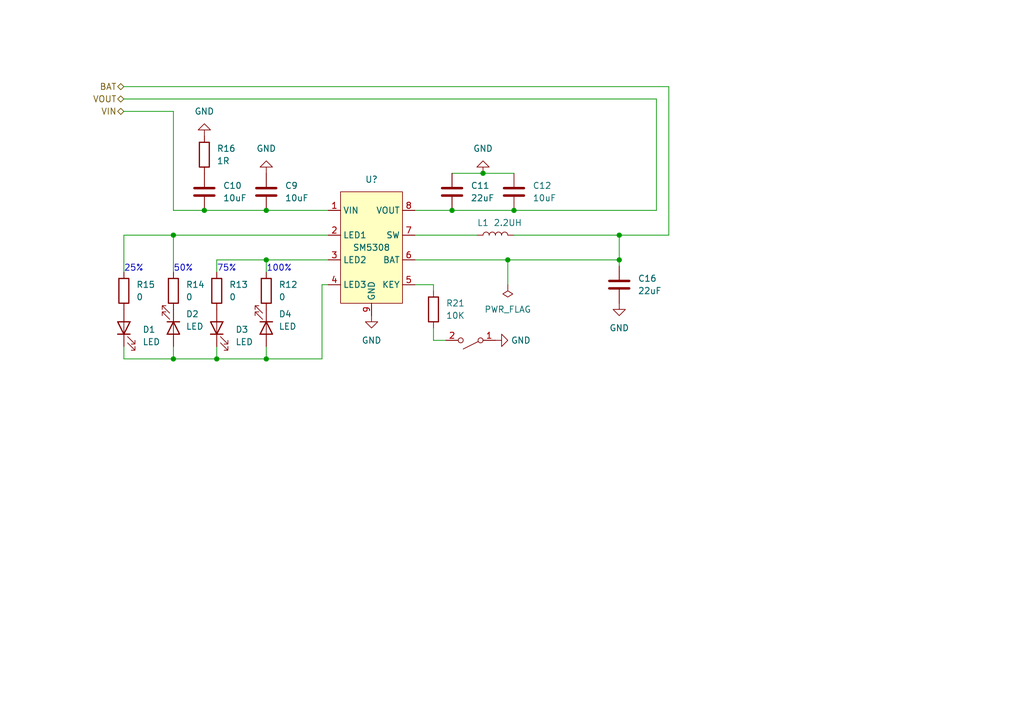
<source format=kicad_sch>
(kicad_sch (version 20230121) (generator eeschema)
  (paper "A5")
  (title_block (title "Battery Management System") (date "2023-10-10") (rev "1.0"))
  (lib_symbols
    (symbol "Way to silence:C" (pin_numbers hide) (pin_names (offset 0.254))
      (property "Reference" "C" (at -3.81 1.27 0))
      (property "Value" "C" (at 2.54 1.27 0))
      (symbol "C_0_1"
        (polyline (pts (xy -0.762 -2.032) (xy -0.762 2.032)) (stroke (width 0.508)))
        (polyline (pts (xy 0.762 -2.032) (xy 0.762 2.032)) (stroke (width 0.508)))
      )
      (symbol "C_1_1"
        (pin passive line (at -3.81 0 0) (length 2.794) (name "~") (number "1"))
        (pin passive line (at 3.81 0 180) (length 2.794) (name "~") (number "2"))
      )
    )
    (symbol "Way to silence:L" (pin_numbers hide) (pin_names (offset 1.016) hide)
      (property "Reference" "L" (at 0 -1.27 0))
      (property "Value" "1uH" (at 0 1.905 0))
      (symbol "L_0_1"
        (arc (start -1.27 0) (mid -1.905 0.6323) (end -2.54 0))
        (arc (start 0 0) (mid -0.635 0.6323) (end -1.27 0))
        (arc (start 1.27 0) (mid 0.635 0.6323) (end 0 0))
        (arc (start 2.54 0) (mid 1.905 0.6323) (end 1.27 0))
      )
      (symbol "L_1_1"
        (pin passive line (at -3.81 0 0) (length 1.27) (name "1") (number "1"))
        (pin passive line (at 3.81 0 180) (length 1.27) (name "2") (number "2"))
      )
    )
    (symbol "Way to silence:LED" (pin_numbers hide) (pin_names (offset 1.016) hide)
      (property "Reference" "D" (at 0 2.54 0))
      (property "Value" "LED" (at 0 -2.54 0))
      (symbol "LED_0_1"
        (polyline (pts (xy -1.27 -1.27) (xy -1.27 1.27)) (stroke (width 0.254)))
        (polyline (pts (xy -1.27 0) (xy 1.27 0)))
        (polyline (pts (xy 1.27 -1.27) (xy 1.27 1.27) (xy -1.27 0) (xy 1.27 -1.27)) (stroke (width 0.254)))
        (polyline (pts (xy -3.048 -0.762) (xy -4.572 -2.286) (xy -3.81 -2.286) (xy -4.572 -2.286) (xy -4.572 -1.524)))
        (polyline (pts (xy -1.778 -0.762) (xy -3.302 -2.286) (xy -2.54 -2.286) (xy -3.302 -2.286) (xy -3.302 -1.524)))
      )
      (symbol "LED_1_1"
        (pin passive line (at -3.81 0 0) (length 2.54) (name "K") (number "1"))
        (pin passive line (at 3.81 0 180) (length 2.54) (name "A") (number "2"))
      )
    )
    (symbol "Way to silence:R" (pin_numbers hide) (pin_names (offset 0))
      (property "Reference" "R" (at 0 2.032 0))
      (property "Value" "R" (at 0 0 0))
      (symbol "R_0_1"
        (rectangle (start 2.54 -1.016) (end -2.54 1.016) (stroke (width 0.254)))
      )
      (symbol "R_1_1"
        (pin passive line (at -3.81 0 0) (length 1.27) (name "~") (number "1"))
        (pin passive line (at 3.81 0 180) (length 1.27) (name "~") (number "2"))
      )
    )
    (symbol "Way to silence:SM5308"
      (property "Reference" "U" (at 0 10.16 0))
      (property "Value" "SM5308" (at 0 5.08 0))
      (symbol "SM5308_1_1"
        (rectangle (start -6.35 11.43) (end 6.35 -11.43) (fill (type background)))
        (pin power_in line (at -8.89 7.62 0) (length 2.54) (name "VIN") (number "1"))
        (pin output line (at -8.89 2.54 0) (length 2.54) (name "LED1") (number "2"))
        (pin output line (at -8.89 -2.54 0) (length 2.54) (name "LED2") (number "3"))
        (pin output line (at -8.89 -7.62 0) (length 2.54) (name "LED3") (number "4"))
        (pin input line (at 8.89 -7.62 180) (length 2.54) (name "KEY") (number "5"))
        (pin power_in line (at 8.89 -2.54 180) (length 2.54) (name "BAT") (number "6"))
        (pin output line (at 8.89 2.54 180) (length 2.54) (name "SW") (number "7"))
        (pin power_out line (at 8.89 7.62 180) (length 2.54) (name "VOUT") (number "8"))
        (pin power_in line (at 0 -13.97 90) (length 2.54) (name "GND") (number "9"))
      )
    )
    (symbol "Way to silence:SW_SPST" (pin_names (offset 0) hide)
      (property "Reference" "SW" (at 0 3.175 0))
      (property "Value" "SW_SPST" (at 0 -2.54 0))
      (symbol "SW_SPST_0_0"
        (circle (center -2.032 0) (radius 0.508))
        (polyline (pts (xy -1.524 0.254) (xy 1.524 1.778)))
        (circle (center 2.032 0) (radius 0.508))
      )
      (symbol "SW_SPST_1_1"
        (pin passive line (at -5.08 0 0) (length 2.54) (name "A") (number "1"))
        (pin passive line (at 5.08 0 180) (length 2.54) (name "B") (number "2"))
      )
    )
    (symbol "power:GND" (power) (pin_names (offset 0))
      (property "Value" "GND" (at 0 -3.81 0))
      (symbol "GND_0_1"
        (polyline (pts (xy 0 0) (xy 0 -1.27) (xy 1.27 -1.27) (xy 0 -2.54) (xy -1.27 -1.27) (xy 0 -1.27)))
      )
      (symbol "GND_1_1"
        (pin power_in line (at 0 0 270) (length 0) hide (name "GND") (number "1"))
      )
    )
    (symbol "power:PWR_FLAG" (power) (pin_numbers hide) (pin_names (offset 0) hide)
      (property "Value" "PWR_FLAG" (at 0 3.81 0))
      (symbol "PWR_FLAG_0_0"
        (pin power_out line (at 0 0 90) (length 0) (name "pwr") (number "1"))
      )
      (symbol "PWR_FLAG_0_1"
        (polyline (pts (xy 0 0) (xy 0 1.27) (xy -1.016 1.905) (xy 0 2.54) (xy 1.016 1.905) (xy 0 1.27)))
      )
    )
  )
  (junction (at 127 48.26))
  (junction (at 35.56 48.26))
  (junction (at 54.61 73.66))
  (junction (at 104.14 53.34))
  (junction (at 41.91 43.18))
  (junction (at 54.61 43.18))
  (junction (at 54.61 53.34))
  (junction (at 99.06 35.56))
  (junction (at 35.56 73.66))
  (junction (at 127 53.34))
  (junction (at 44.45 73.66))
  (junction (at 105.41 43.18))
  (junction (at 92.71 43.18))
  (wire (pts (xy 35.56 71.12) (xy 35.56 73.66)))
  (wire (pts (xy 44.45 53.34) (xy 54.61 53.34)))
  (wire (pts (xy 41.91 43.18) (xy 54.61 43.18)))
  (wire (pts (xy 92.71 35.56) (xy 99.06 35.56)))
  (wire (pts (xy 35.56 73.66) (xy 25.4 73.66)))
  (wire (pts (xy 54.61 53.34) (xy 67.31 53.34)))
  (wire (pts (xy 85.09 43.18) (xy 92.71 43.18)))
  (wire (pts (xy 99.06 35.56) (xy 105.41 35.56)))
  (wire (pts (xy 54.61 43.18) (xy 67.31 43.18)))
  (wire (pts (xy 137.16 48.26) (xy 137.16 17.78)))
  (wire (pts (xy 88.9 58.42) (xy 85.09 58.42)))
  (wire (pts (xy 127 48.26) (xy 127 53.34)))
  (wire (pts (xy 66.04 73.66) (xy 54.61 73.66)))
  (wire (pts (xy 127 53.34) (xy 127 54.61)))
  (wire (pts (xy 88.9 69.85) (xy 88.9 67.31)))
  (wire (pts (xy 44.45 73.66) (xy 35.56 73.66)))
  (wire (pts (xy 54.61 73.66) (xy 44.45 73.66)))
  (wire (pts (xy 35.56 48.26) (xy 35.56 55.88)))
  (wire (pts (xy 91.44 69.85) (xy 88.9 69.85)))
  (wire (pts (xy 25.4 55.88) (xy 25.4 48.26)))
  (wire (pts (xy 25.4 48.26) (xy 35.56 48.26)))
  (wire (pts (xy 67.31 58.42) (xy 66.04 58.42)))
  (wire (pts (xy 88.9 59.69) (xy 88.9 58.42)))
  (wire (pts (xy 134.62 43.18) (xy 134.62 20.32)))
  (wire (pts (xy 44.45 53.34) (xy 44.45 55.88)))
  (wire (pts (xy 54.61 71.12) (xy 54.61 73.66)))
  (wire (pts (xy 44.45 71.12) (xy 44.45 73.66)))
  (wire (pts (xy 25.4 73.66) (xy 25.4 71.12)))
  (wire (pts (xy 127 48.26) (xy 137.16 48.26)))
  (wire (pts (xy 54.61 53.34) (xy 54.61 55.88)))
  (wire (pts (xy 66.04 58.42) (xy 66.04 73.66)))
  (wire (pts (xy 25.4 22.86) (xy 35.56 22.86)))
  (wire (pts (xy 85.09 53.34) (xy 104.14 53.34)))
  (wire (pts (xy 105.41 43.18) (xy 134.62 43.18)))
  (wire (pts (xy 35.56 43.18) (xy 35.56 22.86)))
  (wire (pts (xy 105.41 48.26) (xy 127 48.26)))
  (wire (pts (xy 35.56 43.18) (xy 41.91 43.18)))
  (wire (pts (xy 104.14 53.34) (xy 104.14 58.42)))
  (wire (pts (xy 104.14 53.34) (xy 127 53.34)))
  (wire (pts (xy 85.09 48.26) (xy 97.79 48.26)))
  (wire (pts (xy 35.56 48.26) (xy 67.31 48.26)))
  (wire (pts (xy 25.4 20.32) (xy 134.62 20.32)))
  (wire (pts (xy 25.4 17.78) (xy 137.16 17.78)))
  (wire (pts (xy 92.71 43.18) (xy 105.41 43.18)))
  (text "25%" (at 25.4 55.88 0) (effects (font (size 1.27 1.27)) (justify left bottom)))
  (text "75%" (at 44.45 55.88 0) (effects (font (size 1.27 1.27)) (justify left bottom)))
  (text "50%" (at 35.56 55.88 0) (effects (font (size 1.27 1.27)) (justify left bottom)))
  (text "100%" (at 54.61 55.88 0) (effects (font (size 1.27 1.27)) (justify left bottom)))
  (hierarchical_label "VOUT" (shape bidirectional) (at 25.4 20.32 180))
  (hierarchical_label "VIN" (shape bidirectional) (at 25.4 22.86 180))
  (hierarchical_label "BAT" (shape bidirectional) (at 25.4 17.78 180))
  (symbol (lib_id "power:GND") (at 54.61 35.56 180) (unit 1)
    (property "Reference" "#PWR037" (effects hide))
    (property "Value" "GND" (at 54.61 30.48 0))
  )
  (symbol (lib_id "Way to silence:R") (at 25.4 59.69 90) (unit 1)
    (property "Reference" "R15" (at 27.94 58.42 90) (effects (justify right)))
    (property "Value" "0" (at 27.94 60.96 90) (effects (justify right)))
    (property "Footprint" "Way to silence:R_0603_1608Metric" (effects hide))
    (property "LCSC" "C21189" (effects hide))
  )
  (symbol (lib_id "power:GND") (at 127 62.23 0) (unit 1)
    (property "Reference" "#PWR041" (effects hide))
    (property "Value" "GND" (at 127 67.31 0))
  )
  (symbol (lib_id "power:GND") (at 99.06 35.56 180) (unit 1)
    (property "Reference" "#PWR039" (effects hide))
    (property "Value" "GND" (at 99.06 30.48 0))
  )
  (symbol (lib_id "Way to silence:C") (at 105.41 39.37 90) (unit 1)
    (property "Reference" "C12" (at 109.22 38.1 90) (effects (justify right)))
    (property "Value" "10uF" (at 109.22 40.64 90) (effects (justify right)))
    (property "Footprint" "Way to silence:C_0603_1608Metric" (effects hide))
    (property "LCSC" "C77041" (effects hide))
  )
  (symbol (lib_id "Way to silence:C") (at 127 58.42 90) (unit 1)
    (property "Reference" "C16" (at 130.81 57.15 90) (effects (justify right)))
    (property "Value" "22uF" (at 130.81 59.69 90) (effects (justify right)))
    (property "Footprint" "Way to silence:C_0603_1608Metric" (effects hide))
    (property "LCSC" "C59461" (effects hide))
  )
  (symbol (lib_id "power:GND") (at 76.2 64.77 0) (unit 1)
    (property "Reference" "#PWR036" (effects hide))
    (property "Value" "GND" (at 76.2 69.85 0))
  )
  (symbol (lib_id "Way to silence:R") (at 35.56 59.69 90) (unit 1)
    (property "Reference" "R14" (at 38.1 58.42 90) (effects (justify right)))
    (property "Value" "0" (at 38.1 60.96 90) (effects (justify right)))
    (property "Footprint" "Way to silence:R_0603_1608Metric" (effects hide))
    (property "LCSC" "C21189" (effects hide))
  )
  (symbol (lib_id "power:GND") (at 101.6 69.85 90) (unit 1)
    (property "Reference" "#PWR040" (effects hide))
    (property "Value" "GND" (at 104.775 69.85 90) (effects (justify right)))
  )
  (symbol (lib_id "Way to silence:C") (at 54.61 39.37 90) (unit 1)
    (property "Reference" "C9" (at 58.42 38.1 90) (effects (justify right)))
    (property "Value" "10uF" (at 58.42 40.64 90) (effects (justify right)))
    (property "Footprint" "Way to silence:C_0603_1608Metric" (effects hide))
    (property "LCSC" "C77041" (effects hide))
  )
  (symbol (lib_id "Way to silence:LED") (at 25.4 67.31 90) (unit 1)
    (property "Reference" "D1" (at 29.21 67.6275 90) (effects (justify right)))
    (property "Value" "LED" (at 29.21 70.1675 90) (effects (justify right)))
    (property "Footprint" "Way to silence:LED_0603" (effects hide))
    (property "LCSC" "C84268" (effects hide))
  )
  (symbol (lib_id "Way to silence:C") (at 41.91 39.37 90) (unit 1)
    (property "Reference" "C10" (at 45.72 38.1 90) (effects (justify right)))
    (property "Value" "10uF" (at 45.72 40.64 90) (effects (justify right)))
    (property "Footprint" "Way to silence:C_0603_1608Metric" (effects hide))
    (property "LCSC" "C77041" (effects hide))
  )
  (symbol (lib_id "Way to silence:L") (at 101.6 48.26 0) (unit 1)
    (property "Reference" "L1" (at 99.06 45.72 0))
    (property "Value" "2.2UH" (at 104.14 45.72 0))
    (property "Footprint" "Way to silence:Inductor-0630LR" (effects hide))
    (property "LCSC" "C5189746" (effects hide))
  )
  (symbol (lib_id "Way to silence:R") (at 88.9 63.5 90) (unit 1)
    (property "Reference" "R21" (at 91.44 62.23 90) (effects (justify right)))
    (property "Value" "10K" (at 91.44 64.77 90) (effects (justify right)))
    (property "Footprint" "Way to silence:R_0603_1608Metric" (effects hide))
    (property "LCSC" "C25804" (effects hide))
    (instances (project "Way to silence" (path "" (reference "R21") (unit 1)) (path "" (reference "R17") (unit 1))))
  )
  (symbol (lib_id "Way to silence:SW_SPST") (at 96.52 69.85 180) (unit 1)
    (property "Reference" "SW3" (effects hide))
    (property "Value" "SW_SPST" (effects hide))
    (property "Footprint" "Way to silence:SW_SPST" (effects hide))
    (property "LCSC" "C455280" (effects hide))
    (instances (project "Way to silence" (path "" (reference "SW3") (unit 1)) (path "" (reference "SW2") (unit 1))))
  )
  (symbol (lib_id "power:PWR_FLAG") (at 104.14 58.42 180) (unit 1)
    (property "Reference" "#FLG05" (effects hide))
    (property "Value" "PWR_FLAG" (at 104.14 63.5 0))
  )
  (symbol (lib_id "Way to silence:R") (at 54.61 59.69 90) (unit 1)
    (property "Reference" "R12" (at 57.15 58.42 90) (effects (justify right)))
    (property "Value" "0" (at 57.15 60.96 90) (effects (justify right)))
    (property "Footprint" "Way to silence:R_0603_1608Metric" (effects hide))
    (property "LCSC" "C21189" (effects hide))
  )
  (symbol (lib_id "Way to silence:SM5308") (at 76.2 50.8 0) (unit 1)
    (property "Reference" "U?" (at 76.2 36.83 0))
    (property "Value" "SM5308" (at 76.2 50.8 0))
    (property "Footprint" "Way to silence:SM5308" (effects hide))
    (property "Datasheet" "https://datasheet.lcsc.com/lcsc/2301051530_HICHON-SM5308_C5345582.pdf" (effects hide))
    (property "LCSC" "C5345582" (effects hide))
    (instances (project "Way to silence" (path "" (reference "U?") (unit 1)) (path "" (reference "U2") (unit 1))))
  )
  (symbol (lib_id "power:GND") (at 41.91 27.94 180) (unit 1)
    (property "Reference" "#PWR038" (effects hide))
    (property "Value" "GND" (at 41.91 22.86 0))
  )
  (symbol (lib_id "Way to silence:LED") (at 35.56 67.31 270) (unit 1)
    (property "Reference" "D2" (at 38.1 64.4525 90) (effects (justify left)))
    (property "Value" "LED" (at 38.1 66.9925 90) (effects (justify left)))
    (property "Footprint" "Way to silence:LED_0603" (effects hide))
    (property "LCSC" "C84268" (effects hide))
  )
  (symbol (lib_id "Way to silence:R") (at 44.45 59.69 90) (unit 1)
    (property "Reference" "R13" (at 46.99 58.42 90) (effects (justify right)))
    (property "Value" "0" (at 46.99 60.96 90) (effects (justify right)))
    (property "Footprint" "Way to silence:R_0603_1608Metric" (effects hide))
    (property "LCSC" "C21189" (effects hide))
  )
  (symbol (lib_id "Way to silence:LED") (at 44.45 67.31 90) (unit 1)
    (property "Reference" "D3" (at 48.26 67.6275 90) (effects (justify right)))
    (property "Value" "LED" (at 48.26 70.1675 90) (effects (justify right)))
    (property "Footprint" "Way to silence:LED_0603" (effects hide))
    (property "LCSC" "C84268" (effects hide))
  )
  (symbol (lib_id "Way to silence:LED") (at 54.61 67.31 270) (unit 1)
    (property "Reference" "D4" (at 57.15 64.4525 90) (effects (justify left)))
    (property "Value" "LED" (at 57.15 66.9925 90) (effects (justify left)))
    (property "Footprint" "Way to silence:LED_0603" (effects hide))
    (property "LCSC" "C84268" (effects hide))
  )
  (symbol (lib_id "Way to silence:R") (at 41.91 31.75 90) (unit 1)
    (property "Reference" "R16" (at 44.45 30.48 90) (effects (justify right)))
    (property "Value" "1R" (at 44.45 33.02 90) (effects (justify right)))
    (property "Footprint" "Way to silence:R_0603_1608Metric" (effects hide))
    (property "LCSC" "C25212" (effects hide))
  )
  (symbol (lib_id "Way to silence:C") (at 92.71 39.37 90) (unit 1)
    (property "Reference" "C11" (at 96.52 38.1 90) (effects (justify right)))
    (property "Value" "22uF" (at 96.52 40.64 90) (effects (justify right)))
    (property "Footprint" "Way to silence:C_0603_1608Metric" (effects hide))
    (property "LCSC" "C59461" (effects hide))
  )
)
</source>
